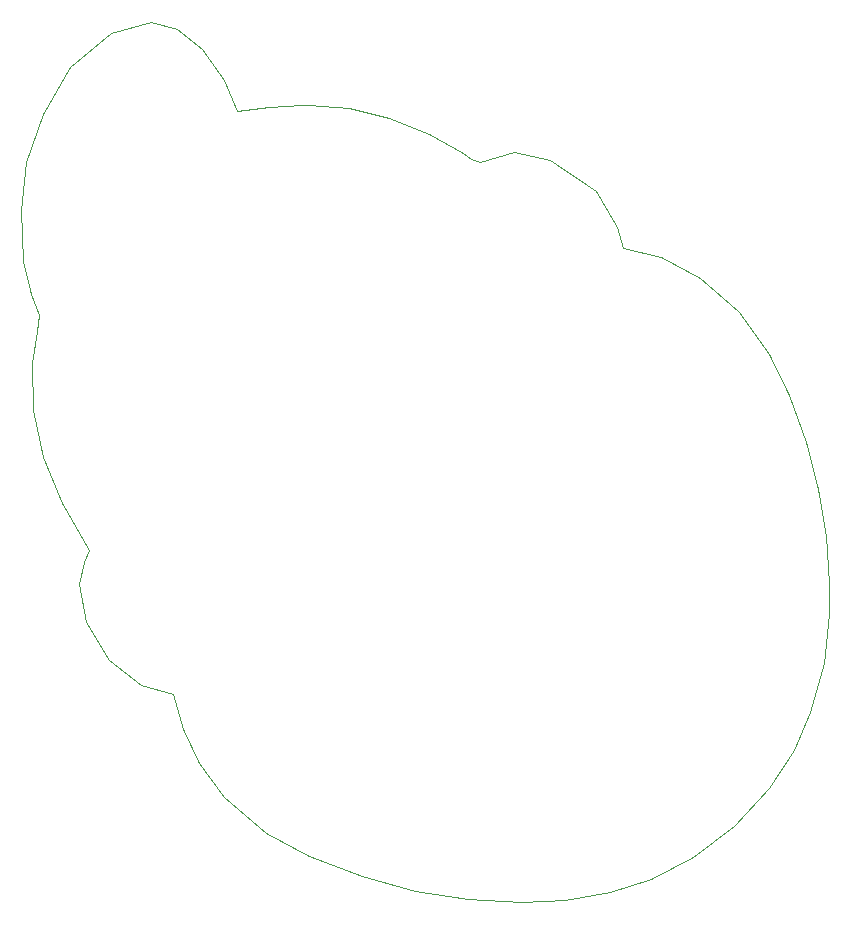
<source format=gbr>
G04 #@! TF.FileFunction,Drawing*
%FSLAX46Y46*%
G04 Gerber Fmt 4.6, Leading zero omitted, Abs format (unit mm)*
G04 Created by KiCad (PCBNEW 4.0.7) date 06/10/18 13:53:04*
%MOMM*%
%LPD*%
G01*
G04 APERTURE LIST*
%ADD10C,0.100000*%
G04 APERTURE END LIST*
D10*
X106703654Y51922607D02*
X109025431Y55957650D01*
X105305154Y47887623D02*
X106703654Y51922607D01*
X104829933Y43852698D02*
X105305154Y47887623D01*
X105050596Y39456381D02*
X104829933Y43852698D01*
X119889554Y-3001571D02*
X118600967Y-150950D01*
X121993719Y-5852192D02*
X119889554Y-3001571D01*
X158188160Y-12865061D02*
X154675052Y-13962200D01*
X161701210Y-10978053D02*
X158188160Y-12865061D01*
X165214200Y-8301175D02*
X161701210Y-10978053D01*
X168155749Y-5089280D02*
X165214200Y-8301175D01*
X170310428Y-1877327D02*
X168155749Y-5089280D01*
X171678235Y1334685D02*
X170310428Y-1877327D01*
X155277244Y42407279D02*
X155799267Y40560487D01*
X106355521Y34959523D02*
X105693004Y36706037D01*
X106174810Y33554321D02*
X106355521Y34959523D01*
X105793546Y30844194D02*
X106174810Y33554321D01*
X146625104Y48730821D02*
X149636327Y48068304D01*
X162316836Y38066113D02*
X165575621Y35240510D01*
X159058051Y39839439D02*
X162316836Y38066113D01*
X155799267Y40560487D02*
X159058051Y39839439D01*
X105898370Y26894609D02*
X105793546Y30844194D01*
X106729575Y22944992D02*
X105898370Y26894609D01*
X108287161Y18995342D02*
X106729575Y22944992D01*
X110571127Y15045658D02*
X108287161Y18995342D01*
X110209706Y14021721D02*
X110571127Y15045658D01*
X172997184Y16220011D02*
X173264148Y12235254D01*
X172339430Y20204769D02*
X172997184Y16220011D01*
X171290886Y24189526D02*
X172339430Y20204769D01*
X169851552Y28174283D02*
X171290886Y24189526D01*
X150921144Y-14626370D02*
X147167235Y-14805427D01*
X154675052Y-13962200D02*
X150921144Y-14626370D01*
X109788225Y12154821D02*
X110209706Y14021721D01*
X172838830Y5490033D02*
X171678235Y1334685D01*
X173244040Y9645512D02*
X172838830Y5490033D01*
X168187191Y31657258D02*
X169851552Y28174283D01*
X165635681Y35140233D02*
X168187191Y31657258D01*
X143734531Y47907702D02*
X146625104Y48730821D01*
X149636327Y48068304D02*
X153550837Y45418502D01*
X110362900Y8952899D02*
X109788225Y12154821D01*
X112277425Y5751110D02*
X110362900Y8952899D01*
X125597079Y-8902970D02*
X121993719Y-5852192D01*
X129200440Y-10850700D02*
X125597079Y-8902970D01*
X142971473Y48168581D02*
X143734531Y47907702D01*
X105693004Y36706037D02*
X105050596Y39456381D01*
X153550837Y45418502D02*
X155277244Y42407279D01*
X115007661Y3563932D02*
X112277425Y5751110D01*
X117737896Y2860273D02*
X115007661Y3563932D01*
X133692139Y-12571864D02*
X129200440Y-10850700D01*
X138183838Y-13804707D02*
X133692139Y-12571864D01*
X142675536Y-14549228D02*
X138183838Y-13804707D01*
X147167235Y-14805427D02*
X142675536Y-14549228D01*
X173223931Y9685729D02*
X173244040Y9645512D01*
X173264148Y10468631D02*
X173223931Y9685729D01*
X173244040Y12195037D02*
X173264148Y10468631D01*
X173264148Y12235254D02*
X173244040Y12195037D01*
X165595729Y35180450D02*
X165635681Y35140233D01*
X165575621Y35240510D02*
X165595729Y35180450D01*
X112448148Y58822823D02*
X115870996Y59691450D01*
X109025431Y55957650D02*
X112448148Y58822823D01*
X136032422Y51593318D02*
X139418383Y50236300D01*
X132646461Y52423052D02*
X136032422Y51593318D01*
X129260500Y52725500D02*
X132646461Y52423052D01*
X142289113Y48650387D02*
X142971473Y48168581D01*
X139418383Y50236300D02*
X142289113Y48650387D01*
X125878067Y52547568D02*
X128618356Y52725500D01*
X123137777Y52183633D02*
X125878067Y52547568D01*
X122023418Y54833435D02*
X123137777Y52183633D01*
X120206988Y57483237D02*
X122023418Y54833435D01*
X118038992Y59147334D02*
X120206988Y57483237D01*
X115870996Y59691450D02*
X118038992Y59147334D01*
X118600967Y-150950D02*
X117737896Y2860273D01*
X129180331Y52705656D02*
X129260500Y52725500D01*
X129140115Y52725500D02*
X129180331Y52705656D01*
X128979513Y52705656D02*
X129140115Y52725500D01*
X128618356Y52725500D02*
X128979513Y52705656D01*
M02*

</source>
